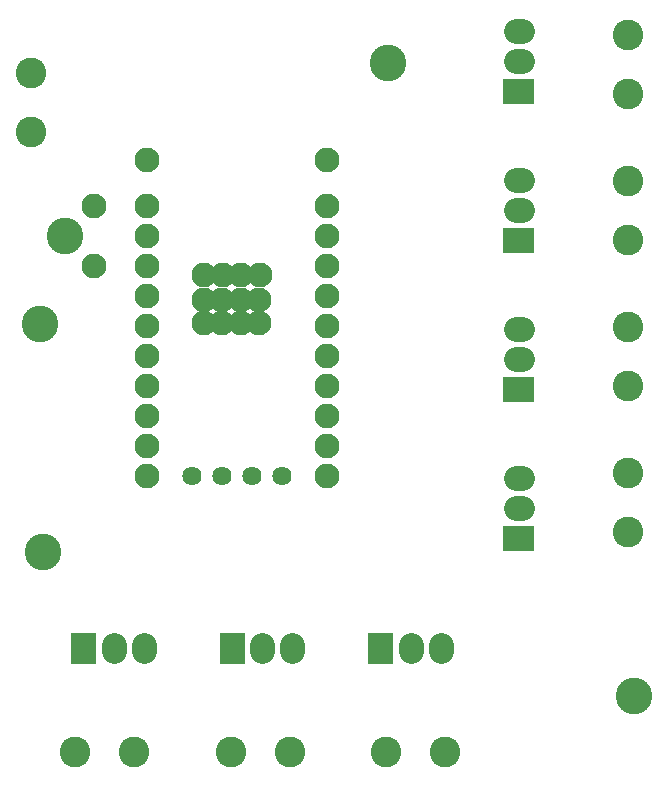
<source format=gts>
G04 Layer: TopSolderMaskLayer*
G04 EasyEDA v6.5.9, 2022-12-07 18:08:41*
G04 6f40e2f5e4d2417a89e148ba27438c90,5dd06754fdd742daa6fe38bf62b7df6b,10*
G04 Gerber Generator version 0.2*
G04 Scale: 100 percent, Rotated: No, Reflected: No *
G04 Dimensions in millimeters *
G04 leading zeros omitted , absolute positions ,4 integer and 5 decimal *
%FSLAX45Y45*%
%MOMM*%

%ADD10C,2.1016*%
%ADD11C,2.6016*%
%ADD12C,3.1016*%
%ADD13C,1.6256*%

%LPD*%
D10*
X5450799Y7217834D02*
G01*
X5500799Y7217834D01*
X5450799Y6963834D02*
G01*
X5500799Y6963834D01*
X5450799Y5956300D02*
G01*
X5500799Y5956300D01*
X5450799Y5702300D02*
G01*
X5500799Y5702300D01*
X5450799Y4694768D02*
G01*
X5500799Y4694768D01*
X5450799Y4440768D02*
G01*
X5500799Y4440768D01*
X5450799Y3433234D02*
G01*
X5500799Y3433234D01*
X5450799Y3179234D02*
G01*
X5500799Y3179234D01*
X2300800Y2018901D02*
G01*
X2300800Y1968901D01*
X2046800Y2018901D02*
G01*
X2046800Y1968901D01*
X3558100Y2018898D02*
G01*
X3558100Y1968898D01*
X3304100Y2018898D02*
G01*
X3304100Y1968898D01*
X4815400Y2018898D02*
G01*
X4815400Y1968898D01*
X4561400Y2018898D02*
G01*
X4561400Y1968898D01*
D11*
G01*
X1348300Y6366700D03*
G01*
X1348300Y6866699D03*
G36*
X5345684Y6604762D02*
G01*
X5345684Y6815073D01*
X5605779Y6815073D01*
X5605779Y6604762D01*
G37*
G36*
X5345684Y5343144D02*
G01*
X5345684Y5553455D01*
X5605779Y5553455D01*
X5605779Y5343144D01*
G37*
G36*
X5345684Y4081526D02*
G01*
X5345684Y4291837D01*
X5605779Y4291837D01*
X5605779Y4081526D01*
G37*
G36*
X5345684Y2820162D02*
G01*
X5345684Y3030473D01*
X5605779Y3030473D01*
X5605779Y2820162D01*
G37*
G36*
X1687576Y1863852D02*
G01*
X1687576Y2123947D01*
X1897887Y2123947D01*
X1897887Y1863852D01*
G37*
G36*
X2944875Y1863852D02*
G01*
X2944875Y2123947D01*
X3155188Y2123947D01*
X3155188Y1863852D01*
G37*
G36*
X4202175Y1863852D02*
G01*
X4202175Y2123947D01*
X4412488Y2123947D01*
X4412488Y1863852D01*
G37*
D10*
G01*
X1881700Y5232400D03*
D12*
G01*
X1631713Y5486400D03*
D10*
G01*
X1881700Y5740400D03*
G01*
X3853096Y6131204D03*
G01*
X3853096Y5738190D03*
G01*
X3853096Y5484190D03*
G01*
X3853096Y5230190D03*
G01*
X3853096Y4976190D03*
G01*
X3853096Y4722190D03*
G01*
X3853096Y4468190D03*
G01*
X3853096Y4214190D03*
G01*
X3853096Y3960190D03*
G01*
X3853096Y3706190D03*
G01*
X3853096Y3452190D03*
D13*
G01*
X3472096Y3452190D03*
G01*
X3218096Y3452190D03*
G01*
X2964096Y3452190D03*
G01*
X2710096Y3452190D03*
D10*
G01*
X2329096Y3452190D03*
G01*
X2329096Y3706190D03*
G01*
X2329096Y3960190D03*
G01*
X2329096Y4214190D03*
G01*
X2329096Y4468190D03*
G01*
X2329096Y4722190D03*
G01*
X2329096Y4976190D03*
G01*
X2329096Y5230190D03*
G01*
X2329096Y5484190D03*
G01*
X2329096Y5738190D03*
G01*
X2329096Y6131204D03*
D11*
G01*
X6402900Y5448066D03*
G01*
X6402900Y5948065D03*
G01*
X6402900Y4211934D03*
G01*
X6402900Y4711933D03*
G01*
X6402900Y6684200D03*
G01*
X6402900Y7184199D03*
G01*
X6402900Y2975800D03*
G01*
X6402900Y3475799D03*
G01*
X1720601Y1117600D03*
G01*
X2220600Y1117600D03*
G01*
X3035051Y1117600D03*
G01*
X3535050Y1117600D03*
G01*
X4349501Y1117600D03*
G01*
X4849500Y1117600D03*
D12*
G01*
X1424500Y4737100D03*
G01*
X4370900Y6953250D03*
G01*
X1449900Y2806700D03*
G01*
X6453700Y1587500D03*
D10*
G01*
X2814431Y5156200D03*
G01*
X3126300Y5156200D03*
G01*
X2970375Y5156200D03*
G01*
X3282231Y5156200D03*
G01*
X2808800Y4940300D03*
G01*
X2964743Y4940300D03*
G01*
X3120669Y4940300D03*
G01*
X3276600Y4940300D03*
G01*
X2808800Y4749800D03*
G01*
X2964743Y4749800D03*
G01*
X3120669Y4749800D03*
G01*
X3276600Y4749800D03*
M02*

</source>
